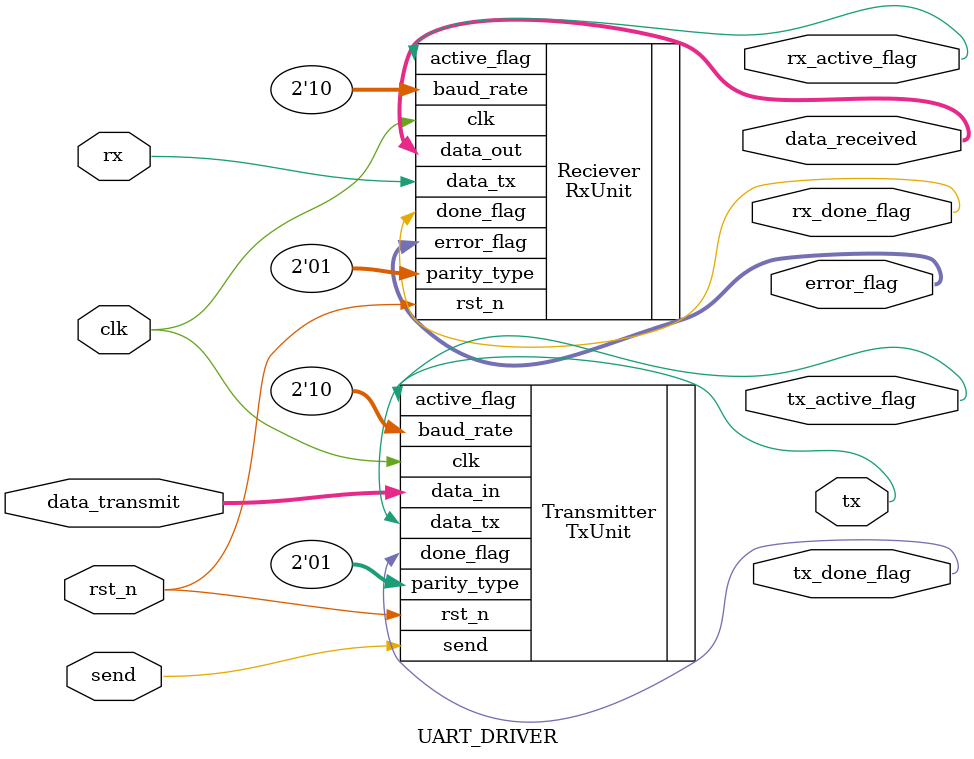
<source format=v>
module UART_DRIVER (
    input   wire         clk,               //  The main system's clock.
    input   wire         rst_n,             //  Active low reset.
    input   wire         send,              //  An enable to start sending data.
    input   wire  [7:0]  data_transmit,     //  The data input.
    input   wire         rx,                //  rx pin out

    output  wire         tx,                //  tx pin out
    output  wire         tx_active_flag,    //  outputs logic 1 when data is in progress.
    output  wire         tx_done_flag,      //  Outputs logic 1 when data is transmitted
    output  wire         rx_active_flag,    //  outputs logic 1 when data is in progress.
    output  wire         rx_done_flag,      //  Outputs logic 1 when data is recieved
    output  wire  [7:0]  data_received,     //  The 8-bits data separated from the frame.
    output  wire  [2:0]  error_flag       
    //  error_flag consits of three bits, each bit is a flag for an error
    //  error_flag[0] ParityError flag, error_flag[1] StartError flag,
    //  error_flag[2] StopError flag.
);

    localparam  parity_type     = 2'b01;    // Odd parity
    localparam  baud_rate       = 2'b10;    // 9600 baud rate

    //  Transmitter unit instance
    TxUnit Transmitter(
        //  Inputs
        .rst_n          (rst_n),
        .send           (send),
        .clk            (clk),
        .parity_type    (parity_type),
        .baud_rate      (baud_rate),
        .data_in        (data_transmit),

        //  Outputs
        .data_tx        (tx),
        .active_flag    (tx_active_flag),
        .done_flag      (tx_done_flag)
    );

    //  Reciever unit instance
    RxUnit Reciever(
        //  Inputs
        .rst_n          (rst_n),
        .clk            (clk),
        .parity_type    (parity_type),
        .baud_rate      (baud_rate),
        .data_tx        (rx),

        //  Outputs
        .data_out       (data_received),
        .error_flag     (error_flag),
        .active_flag    (rx_active_flag),
        .done_flag      (rx_done_flag)
    );

endmodule
</source>
